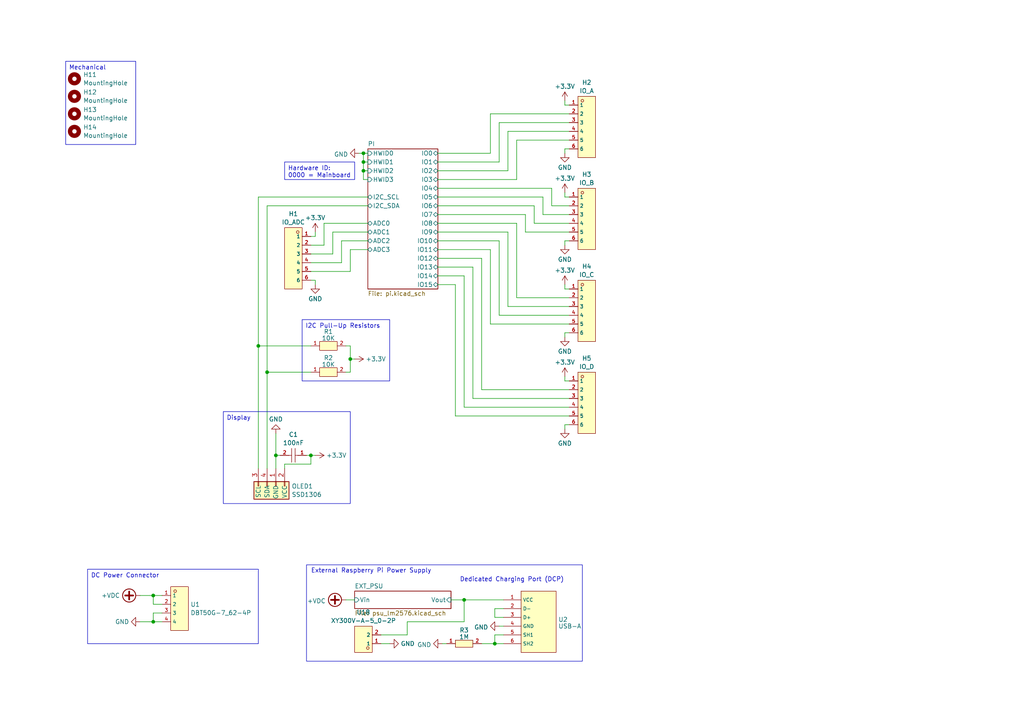
<source format=kicad_sch>
(kicad_sch (version 20230121) (generator eeschema)
  (paper "A4")
  (title_block (title "Dispensy Mainboard") (date "2024-01-21") (rev "0") (company "DrinkRobotics") (comment 1 "https://git.xythobuz.de/thomas/Dispensy") (comment 2 "Licensed under the CERN-OHL-S-2.0+") (comment 3 "PCB Thickness: 1mm") (comment 4 "Copyright (c) 2023 - 2024 Thomas Buck <thomas@xythobuz.de>"))
  (lib_symbols
    (symbol "Mechanical:MountingHole" (pin_names (offset 1.016))
      (property "Reference" "H" (at 0 5.08 0))
      (property "Value" "MountingHole" (at 0 3.175 0))
      (symbol "MountingHole_0_1"
        (circle (center 0 0) (radius 1.27) (stroke (width 1.27)))
      )
    )
    (symbol "SSD1306:SSD1306" (pin_names (offset 1.016))
      (property "Reference" "OLED" (at 0 5.08 0))
      (property "Value" "SSD1306" (at 0 -7.62 0))
      (symbol "SSD1306_1_1"
        (rectangle (start -1.27 -4.953) (end 0 -5.207) (stroke (width 0.1524)))
        (rectangle (start -1.27 -2.413) (end 0 -2.667) (stroke (width 0.1524)))
        (rectangle (start -1.27 0.127) (end 0 -0.127) (stroke (width 0.1524)))
        (rectangle (start -1.27 2.667) (end 0 2.413) (stroke (width 0.1524)))
        (rectangle (start -1.27 3.81) (end 3.81 -6.35) (stroke (width 0.254)) (fill (type background)))
        (pin power_in line (at -5.08 0 0) (length 3.81) (name "GND") (number "1"))
        (pin power_in line (at -5.08 2.54 0) (length 3.81) (name "VCC") (number "2"))
        (pin input line (at -5.08 -5.08 0) (length 3.81) (name "SCL") (number "3"))
        (pin bidirectional line (at -5.08 -2.54 0) (length 3.81) (name "SDA") (number "4"))
      )
    )
    (symbol "jlc:AC0402FR-071ML" (pin_names hide)
      (property "Reference" "R" (at 0 1.27 0))
      (property "Value" "AC0402FR-071ML" (at 0 -2.54 0))
      (symbol "AC0402FR-071ML_0_1"
        (rectangle (start -2.54 1.016) (end 2.54 -1.016) (fill (type background)))
        (pin unspecified line (at -5.08 0 0) (length 2.54) (name "1") (number "1"))
        (pin unspecified line (at 5.08 0 180) (length 2.54) (name "2") (number "2"))
      )
    )
    (symbol "jlc:CC0402KRX7R8BB104" (pin_names hide)
      (property "Reference" "C" (at 0 1.27 0))
      (property "Value" "CC0402KRX7R8BB104" (at 0 -2.54 0))
      (symbol "CC0402KRX7R8BB104_0_1"
        (polyline (pts (xy -1.27 0) (xy -0.508 0)))
        (polyline (pts (xy -0.508 2.032) (xy -0.508 -2.032)))
        (polyline (pts (xy 0.508 0) (xy 1.27 0)))
        (polyline (pts (xy 0.508 2.032) (xy 0.508 -2.032)))
        (pin input line (at -3.81 0 0) (length 2.54) (name "1") (number "1"))
        (pin input line (at 3.81 0 180) (length 2.54) (name "2") (number "2"))
      )
    )
    (symbol "jlc:CR-02FL6---10K" (pin_names hide)
      (property "Reference" "R" (at 0 1.27 0))
      (property "Value" "CR-02FL6---10K" (at 0 -2.54 0))
      (symbol "CR-02FL6---10K_0_1"
        (rectangle (start -2.54 1.27) (end 2.54 -1.27) (fill (type background)))
        (pin unspecified line (at -5.08 0 0) (length 2.54) (name "1") (number "1"))
        (pin unspecified line (at 5.08 0 180) (length 2.54) (name "2") (number "2"))
      )
    )
    (symbol "jlc:DBT50G-7_62-4P"
      (property "Reference" "U" (at 0 1.27 0))
      (property "Value" "DBT50G-7_62-4P" (at 0 -2.54 0))
      (symbol "DBT50G-7_62-4P_0_1"
        (rectangle (start -2.54 6.35) (end 2.54 -6.35) (fill (type background)))
        (circle (center -1.27 5.08) (radius 0.381) (fill (type background)))
        (pin unspecified line (at -5.08 3.81 0) (length 2.54) (name "1") (number "1"))
        (pin unspecified line (at -5.08 1.27 0) (length 2.54) (name "2") (number "2"))
        (pin unspecified line (at -5.08 -1.27 0) (length 2.54) (name "3") (number "3"))
        (pin unspecified line (at -5.08 -3.81 0) (length 2.54) (name "4") (number "4"))
      )
    )
    (symbol "jlc:Header-Female-2_54_1x6"
      (property "Reference" "H" (at 0 1.27 0))
      (property "Value" "Header-Female-2_54_1x6" (at 0 -2.54 0))
      (symbol "Header-Female-2_54_1x6_0_1"
        (rectangle (start -2.54 8.89) (end 2.54 -8.89) (fill (type background)))
        (circle (center -1.27 7.62) (radius 0.381) (fill (type background)))
        (pin unspecified line (at -5.08 6.35 0) (length 2.54) (name "1") (number "1"))
        (pin unspecified line (at -5.08 3.81 0) (length 2.54) (name "2") (number "2"))
        (pin unspecified line (at -5.08 1.27 0) (length 2.54) (name "3") (number "3"))
        (pin unspecified line (at -5.08 -1.27 0) (length 2.54) (name "4") (number "4"))
        (pin unspecified line (at -5.08 -3.81 0) (length 2.54) (name "5") (number "5"))
        (pin unspecified line (at -5.08 -6.35 0) (length 2.54) (name "6") (number "6"))
      )
    )
    (symbol "jlc:U-USBAR04P-F000"
      (property "Reference" "U" (at 0 1.27 0))
      (property "Value" "U-USBAR04P-F000" (at 0 -2.54 0))
      (symbol "U-USBAR04P-F000_0_1"
        (rectangle (start -2.54 10.16) (end 7.62 -7.62) (fill (type background)))
        (pin unspecified line (at -7.62 7.62 0) (length 5.08) (name "VCC") (number "1"))
        (pin unspecified line (at -7.62 5.08 0) (length 5.08) (name "D-") (number "2"))
        (pin unspecified line (at -7.62 2.54 0) (length 5.08) (name "D+") (number "3"))
        (pin unspecified line (at -7.62 0 0) (length 5.08) (name "GND") (number "4"))
        (pin unspecified line (at -7.62 -2.54 0) (length 5.08) (name "SH1") (number "5"))
        (pin unspecified line (at -7.62 -5.08 0) (length 5.08) (name "SH2") (number "6"))
      )
    )
    (symbol "jlc:XY300V-A-5_0-2P"
      (property "Reference" "U" (at 0 1.27 0))
      (property "Value" "XY300V-A-5_0-2P" (at 0 -2.54 0))
      (symbol "XY300V-A-5_0-2P_0_1"
        (rectangle (start -2.54 3.81) (end 2.54 -3.81) (fill (type background)))
        (circle (center -1.27 2.54) (radius 0.381) (fill (type background)))
        (pin unspecified line (at -5.08 1.27 0) (length 2.54) (name "1") (number "1"))
        (pin unspecified line (at -5.08 -1.27 0) (length 2.54) (name "2") (number "2"))
      )
    )
    (symbol "power:+3.3V" (power) (pin_names (offset 0))
      (property "Value" "+3.3V" (at 0 3.556 0))
      (symbol "+3.3V_0_1"
        (polyline (pts (xy -0.762 1.27) (xy 0 2.54)))
        (polyline (pts (xy 0 0) (xy 0 2.54)))
        (polyline (pts (xy 0 2.54) (xy 0.762 1.27)))
      )
      (symbol "+3.3V_1_1"
        (pin power_in line (at 0 0 90) (length 0) hide (name "+3.3V") (number "1"))
      )
    )
    (symbol "power:+VDC" (power) (pin_names (offset 0))
      (property "Value" "+VDC" (at 0 6.35 0))
      (symbol "+VDC_0_1"
        (polyline (pts (xy -1.143 3.175) (xy 1.143 3.175)) (stroke (width 0.508)))
        (polyline (pts (xy 0 0) (xy 0 1.27)))
        (polyline (pts (xy 0 2.032) (xy 0 4.318)) (stroke (width 0.508)))
        (circle (center 0 3.175) (radius 1.905) (stroke (width 0.254)))
      )
      (symbol "+VDC_1_1"
        (pin power_in line (at 0 0 90) (length 0) hide (name "+VDC") (number "1"))
      )
    )
    (symbol "power:GND" (power) (pin_names (offset 0))
      (property "Value" "GND" (at 0 -3.81 0))
      (symbol "GND_0_1"
        (polyline (pts (xy 0 0) (xy 0 -1.27) (xy 1.27 -1.27) (xy 0 -2.54) (xy -1.27 -1.27) (xy 0 -1.27)))
      )
      (symbol "GND_1_1"
        (pin power_in line (at 0 0 270) (length 0) hide (name "GND") (number "1"))
      )
    )
  )
  (junction (at 134.62 173.99))
  (junction (at 44.45 172.72))
  (junction (at 101.6 104.14))
  (junction (at 44.45 180.34))
  (junction (at 77.47 107.95))
  (junction (at 143.51 186.69))
  (junction (at 74.93 100.33))
  (junction (at 105.41 46.99))
  (junction (at 105.41 49.53))
  (junction (at 80.01 132.08))
  (junction (at 90.17 132.08))
  (junction (at 105.41 44.45))
  (wire (pts (xy 110.49 184.15) (xy 118.11 184.15)))
  (wire (pts (xy 143.51 186.69) (xy 139.7 186.69)))
  (wire (pts (xy 143.51 176.53) (xy 146.05 176.53)))
  (wire (pts (xy 104.14 44.45) (xy 105.41 44.45)))
  (wire (pts (xy 90.17 134.62) (xy 90.17 132.08)))
  (wire (pts (xy 147.32 49.53) (xy 127 49.53)))
  (wire (pts (xy 82.55 135.89) (xy 82.55 134.62)))
  (wire (pts (xy 165.1 88.9) (xy 147.32 88.9)))
  (wire (pts (xy 80.01 132.08) (xy 80.01 135.89)))
  (wire (pts (xy 44.45 177.8) (xy 44.45 180.34)))
  (wire (pts (xy 163.83 30.48) (xy 163.83 29.21)))
  (wire (pts (xy 163.83 43.18) (xy 163.83 44.45)))
  (wire (pts (xy 142.24 72.39) (xy 127 72.39)))
  (wire (pts (xy 144.78 69.85) (xy 127 69.85)))
  (wire (pts (xy 77.47 107.95) (xy 77.47 59.69)))
  (wire (pts (xy 46.99 177.8) (xy 44.45 177.8)))
  (wire (pts (xy 77.47 59.69) (xy 106.68 59.69)))
  (wire (pts (xy 163.83 110.49) (xy 163.83 109.22)))
  (wire (pts (xy 100.33 107.95) (xy 101.6 107.95)))
  (wire (pts (xy 101.6 78.74) (xy 101.6 72.39)))
  (wire (pts (xy 147.32 88.9) (xy 147.32 67.31)))
  (wire (pts (xy 77.47 107.95) (xy 90.17 107.95)))
  (wire (pts (xy 101.6 104.14) (xy 102.87 104.14)))
  (wire (pts (xy 132.08 120.65) (xy 165.1 120.65)))
  (wire (pts (xy 165.1 67.31) (xy 152.4 67.31)))
  (wire (pts (xy 80.01 125.73) (xy 80.01 132.08)))
  (wire (pts (xy 127 82.55) (xy 132.08 82.55)))
  (wire (pts (xy 144.78 181.61) (xy 146.05 181.61)))
  (wire (pts (xy 106.68 52.07) (xy 105.41 52.07)))
  (wire (pts (xy 105.41 52.07) (xy 105.41 49.53)))
  (wire (pts (xy 132.08 82.55) (xy 132.08 120.65)))
  (wire (pts (xy 144.78 46.99) (xy 127 46.99)))
  (wire (pts (xy 165.1 110.49) (xy 163.83 110.49)))
  (wire (pts (xy 44.45 175.26) (xy 44.45 172.72)))
  (wire (pts (xy 165.1 96.52) (xy 163.83 96.52)))
  (wire (pts (xy 137.16 115.57) (xy 137.16 77.47)))
  (wire (pts (xy 139.7 113.03) (xy 139.7 74.93)))
  (wire (pts (xy 118.11 180.34) (xy 134.62 180.34)))
  (wire (pts (xy 90.17 78.74) (xy 101.6 78.74)))
  (wire (pts (xy 74.93 57.15) (xy 106.68 57.15)))
  (wire (pts (xy 165.1 62.23) (xy 157.48 62.23)))
  (wire (pts (xy 160.02 54.61) (xy 160.02 59.69)))
  (wire (pts (xy 40.64 180.34) (xy 44.45 180.34)))
  (wire (pts (xy 128.27 186.69) (xy 129.54 186.69)))
  (wire (pts (xy 165.1 118.11) (xy 134.62 118.11)))
  (wire (pts (xy 110.49 186.69) (xy 113.03 186.69)))
  (wire (pts (xy 88.9 132.08) (xy 90.17 132.08)))
  (wire (pts (xy 44.45 172.72) (xy 46.99 172.72)))
  (wire (pts (xy 147.32 38.1) (xy 147.32 49.53)))
  (wire (pts (xy 144.78 35.56) (xy 144.78 46.99)))
  (wire (pts (xy 165.1 30.48) (xy 163.83 30.48)))
  (wire (pts (xy 134.62 180.34) (xy 134.62 173.99)))
  (wire (pts (xy 99.06 76.2) (xy 99.06 69.85)))
  (wire (pts (xy 165.1 69.85) (xy 163.83 69.85)))
  (wire (pts (xy 74.93 135.89) (xy 74.93 100.33)))
  (wire (pts (xy 101.6 72.39) (xy 106.68 72.39)))
  (wire (pts (xy 142.24 33.02) (xy 142.24 44.45)))
  (wire (pts (xy 90.17 68.58) (xy 91.44 68.58)))
  (wire (pts (xy 90.17 76.2) (xy 99.06 76.2)))
  (wire (pts (xy 146.05 179.07) (xy 143.51 179.07)))
  (wire (pts (xy 91.44 81.28) (xy 91.44 82.55)))
  (wire (pts (xy 165.1 57.15) (xy 163.83 57.15)))
  (wire (pts (xy 101.6 107.95) (xy 101.6 104.14)))
  (wire (pts (xy 77.47 135.89) (xy 77.47 107.95)))
  (wire (pts (xy 165.1 83.82) (xy 163.83 83.82)))
  (wire (pts (xy 105.41 49.53) (xy 105.41 46.99)))
  (wire (pts (xy 143.51 184.15) (xy 143.51 186.69)))
  (wire (pts (xy 160.02 59.69) (xy 165.1 59.69)))
  (wire (pts (xy 100.33 173.99) (xy 102.87 173.99)))
  (wire (pts (xy 157.48 57.15) (xy 127 57.15)))
  (wire (pts (xy 154.94 64.77) (xy 154.94 59.69)))
  (wire (pts (xy 165.1 43.18) (xy 163.83 43.18)))
  (wire (pts (xy 165.1 91.44) (xy 144.78 91.44)))
  (wire (pts (xy 144.78 35.56) (xy 165.1 35.56)))
  (wire (pts (xy 149.86 40.64) (xy 149.86 52.07)))
  (wire (pts (xy 142.24 44.45) (xy 127 44.45)))
  (wire (pts (xy 91.44 68.58) (xy 91.44 67.31)))
  (wire (pts (xy 80.01 132.08) (xy 81.28 132.08)))
  (wire (pts (xy 165.1 93.98) (xy 142.24 93.98)))
  (wire (pts (xy 165.1 64.77) (xy 154.94 64.77)))
  (wire (pts (xy 106.68 46.99) (xy 105.41 46.99)))
  (wire (pts (xy 146.05 184.15) (xy 143.51 184.15)))
  (wire (pts (xy 149.86 86.36) (xy 149.86 64.77)))
  (wire (pts (xy 90.17 73.66) (xy 96.52 73.66)))
  (wire (pts (xy 90.17 71.12) (xy 93.98 71.12)))
  (wire (pts (xy 147.32 67.31) (xy 127 67.31)))
  (wire (pts (xy 40.64 172.72) (xy 44.45 172.72)))
  (wire (pts (xy 142.24 93.98) (xy 142.24 72.39)))
  (wire (pts (xy 134.62 173.99) (xy 146.05 173.99)))
  (wire (pts (xy 46.99 175.26) (xy 44.45 175.26)))
  (wire (pts (xy 165.1 115.57) (xy 137.16 115.57)))
  (wire (pts (xy 101.6 100.33) (xy 101.6 104.14)))
  (wire (pts (xy 105.41 46.99) (xy 105.41 44.45)))
  (wire (pts (xy 90.17 81.28) (xy 91.44 81.28)))
  (wire (pts (xy 157.48 62.23) (xy 157.48 57.15)))
  (wire (pts (xy 130.81 173.99) (xy 134.62 173.99)))
  (wire (pts (xy 163.83 57.15) (xy 163.83 55.88)))
  (wire (pts (xy 152.4 67.31) (xy 152.4 62.23)))
  (wire (pts (xy 44.45 180.34) (xy 46.99 180.34)))
  (wire (pts (xy 74.93 100.33) (xy 90.17 100.33)))
  (wire (pts (xy 147.32 38.1) (xy 165.1 38.1)))
  (wire (pts (xy 144.78 91.44) (xy 144.78 69.85)))
  (wire (pts (xy 100.33 100.33) (xy 101.6 100.33)))
  (wire (pts (xy 90.17 132.08) (xy 91.44 132.08)))
  (wire (pts (xy 105.41 44.45) (xy 106.68 44.45)))
  (wire (pts (xy 93.98 71.12) (xy 93.98 64.77)))
  (wire (pts (xy 139.7 74.93) (xy 127 74.93)))
  (wire (pts (xy 99.06 69.85) (xy 106.68 69.85)))
  (wire (pts (xy 163.83 96.52) (xy 163.83 97.79)))
  (wire (pts (xy 163.83 123.19) (xy 163.83 124.46)))
  (wire (pts (xy 93.98 64.77) (xy 106.68 64.77)))
  (wire (pts (xy 154.94 59.69) (xy 127 59.69)))
  (wire (pts (xy 152.4 62.23) (xy 127 62.23)))
  (wire (pts (xy 149.86 40.64) (xy 165.1 40.64)))
  (wire (pts (xy 127 54.61) (xy 160.02 54.61)))
  (wire (pts (xy 134.62 80.01) (xy 127 80.01)))
  (wire (pts (xy 142.24 33.02) (xy 165.1 33.02)))
  (wire (pts (xy 149.86 52.07) (xy 127 52.07)))
  (wire (pts (xy 96.52 67.31) (xy 106.68 67.31)))
  (wire (pts (xy 163.83 69.85) (xy 163.83 71.12)))
  (wire (pts (xy 105.41 49.53) (xy 106.68 49.53)))
  (wire (pts (xy 165.1 113.03) (xy 139.7 113.03)))
  (wire (pts (xy 74.93 100.33) (xy 74.93 57.15)))
  (wire (pts (xy 118.11 184.15) (xy 118.11 180.34)))
  (wire (pts (xy 143.51 186.69) (xy 146.05 186.69)))
  (wire (pts (xy 163.83 83.82) (xy 163.83 82.55)))
  (wire (pts (xy 134.62 118.11) (xy 134.62 80.01)))
  (wire (pts (xy 82.55 134.62) (xy 90.17 134.62)))
  (wire (pts (xy 165.1 86.36) (xy 149.86 86.36)))
  (wire (pts (xy 149.86 64.77) (xy 127 64.77)))
  (wire (pts (xy 143.51 179.07) (xy 143.51 176.53)))
  (wire (pts (xy 96.52 73.66) (xy 96.52 67.31)))
  (wire (pts (xy 165.1 123.19) (xy 163.83 123.19)))
  (wire (pts (xy 137.16 77.47) (xy 127 77.47)))
  (rectangle (start 88.9 163.83) (end 168.91 191.77))
  (text_box "Hardware ID:\n0000 = Mainboard" (at 82.55 46.99 0) (size 20.32 5.08) (effects (font (size 1.27 1.27)) (justify left top)))
  (text_box "DC Power Connector" (at 25.4 165.1 0) (size 49.53 21.59) (effects (font (size 1.27 1.27)) (justify left top)))
  (text_box "I2C Pull-Up Resistors" (at 87.63 92.71 0) (size 25.4 17.78) (effects (font (size 1.27 1.27)) (justify left top)))
  (text_box "Display" (at 64.77 119.38 0) (size 36.83 26.67) (effects (font (size 1.27 1.27)) (justify left top)))
  (text_box "Mechanical" (at 19.05 17.78 0) (size 20.32 24.13) (effects (font (size 1.27 1.27)) (justify left top)))
  (text "Dedicated Charging Port (DCP)" (at 133.35 168.91 0) (effects (font (size 1.27 1.27)) (justify left bottom)))
  (text "External Raspberry Pi Power Supply" (at 90.17 166.37 0) (effects (font (size 1.27 1.27)) (justify left bottom)))
  (symbol (lib_id "Mechanical:MountingHole") (at 21.59 22.86 0) (unit 1)
    (property "Reference" "H11" (at 24.13 21.6479 0) (effects (justify left)))
    (property "Value" "MountingHole" (at 24.13 24.0721 0) (effects (justify left)))
    (property "Footprint" "MountingHole:MountingHole_3.2mm_M3_Pad_TopBottom" (effects hide))
  )
  (symbol (lib_id "power:+3.3V") (at 163.83 82.55 0) (unit 1)
    (property "Reference" "#PWR016" (effects hide))
    (property "Value" "+3.3V" (at 163.83 78.4169 0))
  )
  (symbol (lib_id "jlc:CC0402KRX7R8BB104") (at 85.09 132.08 180) (unit 1)
    (property "Reference" "C1" (at 85.09 126.0307 0))
    (property "Value" "100nF" (at 85.09 128.4549 0))
    (property "Footprint" "jlc_footprints:C0402" (effects hide))
    (property "Datasheet" "https://item.szlcsc.com/15869.html" (effects hide))
    (property "LCSC" "C105883" (effects hide))
    (property "Capacitance" "100nF" (effects hide))
  )
  (symbol (lib_id "SSD1306:SSD1306") (at 80.01 140.97 270) (unit 1)
    (property "Reference" "OLED1" (at 84.582 141.0279 90) (effects (justify left)))
    (property "Value" "SSD1306" (at 84.582 143.4521 90) (effects (justify left)))
    (property "Footprint" "extern:SSD1306_0.96_Oled" (effects hide))
  )
  (symbol (lib_id "power:GND") (at 80.01 125.73 180) (unit 1)
    (property "Reference" "#PWR03" (effects hide))
    (property "Value" "GND" (at 80.01 121.5969 0))
  )
  (symbol (lib_id "power:GND") (at 144.78 181.61 270) (unit 1)
    (property "Reference" "#PWR011" (effects hide))
    (property "Value" "GND" (at 141.6051 181.9268 90) (effects (justify right)))
  )
  (symbol (lib_id "Mechanical:MountingHole") (at 21.59 33.02 0) (unit 1)
    (property "Reference" "H13" (at 24.13 31.8079 0) (effects (justify left)))
    (property "Value" "MountingHole" (at 24.13 34.2321 0) (effects (justify left)))
    (property "Footprint" "MountingHole:MountingHole_3.2mm_M3_Pad_TopBottom" (effects hide))
  )
  (symbol (lib_id "jlc:U-USBAR04P-F000") (at 153.67 181.61 0) (unit 1)
    (property "Reference" "U2" (at 161.925 179.6963 0) (effects (justify left)))
    (property "Value" "USB-A" (at 161.925 181.6173 0) (effects (justify left)))
    (property "Footprint" "jlc_footprints:USB-A-TH_USB-302-T" (effects hide))
    (property "Datasheet" "https://item.szlcsc.com/113689.html" (effects hide))
    (property "LCSC" "C386740" (effects hide))
  )
  (symbol (lib_id "power:GND") (at 163.83 97.79 0) (unit 1)
    (property "Reference" "#PWR017" (effects hide))
    (property "Value" "GND" (at 163.83 101.9231 0))
  )
  (symbol (lib_id "jlc:XY300V-A-5_0-2P") (at 105.41 185.42 180) (unit 1)
    (property "Reference" "U18" (at 105.41 177.5927 0))
    (property "Value" "XY300V-A-5_0-2P" (at 105.41 180.0169 0))
    (property "Footprint" "jlc_footprints:CONN-TH_XY300V-A-5.0-2P" (effects hide))
    (property "Datasheet" "https://atta.szlcsc.com/upload/public/pdf/source/20200527/C557648_4A2FA4132AA24EE423B62B1474E9B5BB.pdf" (effects hide))
    (property "LCSC" "C557648" (effects hide))
  )
  (symbol (lib_id "jlc:CR-02FL6---10K") (at 95.25 107.95 0) (unit 1)
    (property "Reference" "R2" (at 95.25 103.7971 0))
    (property "Value" "10K" (at 95.25 105.7181 0))
    (property "Footprint" "jlc_footprints:R0402" (effects hide))
    (property "Datasheet" "https://item.szlcsc.com/323315.html" (effects hide))
    (property "LCSC" "C406733" (effects hide))
    (property "Resistance" "10kΩ" (effects hide))
  )
  (symbol (lib_id "jlc:Header-Female-2_54_1x6") (at 170.18 116.84 0) (unit 1)
    (property "Reference" "H5" (at 170.18 103.9327 0))
    (property "Value" "IO_D" (at 170.18 106.3569 0))
    (property "Footprint" "jlc_footprints:HDR-TH_6P-P2.54-V-F" (effects hide))
    (property "Datasheet" "https://so.szlcsc.com/global.html?c=&k=C40877" (effects hide))
    (property "LCSC" "C40877" (effects hide))
  )
  (symbol (lib_id "jlc:Header-Female-2_54_1x6") (at 170.18 36.83 0) (unit 1)
    (property "Reference" "H2" (at 170.18 23.9227 0))
    (property "Value" "IO_A" (at 170.18 26.3469 0))
    (property "Footprint" "jlc_footprints:HDR-TH_6P-P2.54-V-F" (effects hide))
    (property "Datasheet" "https://so.szlcsc.com/global.html?c=&k=C40877" (effects hide))
    (property "LCSC" "C40877" (effects hide))
  )
  (symbol (lib_id "power:+3.3V") (at 102.87 104.14 270) (unit 1)
    (property "Reference" "#PWR08" (effects hide))
    (property "Value" "+3.3V" (at 106.045 104.14 90) (effects (justify left)))
  )
  (symbol (lib_id "power:GND") (at 128.27 186.69 270) (unit 1)
    (property "Reference" "#PWR010" (effects hide))
    (property "Value" "GND" (at 125.0951 187.0068 90) (effects (justify right)))
  )
  (symbol (lib_id "power:+VDC") (at 40.64 172.72 90) (unit 1)
    (property "Reference" "#PWR01" (effects hide))
    (property "Value" "+VDC" (at 34.798 172.72 90) (effects (justify left)))
  )
  (symbol (lib_id "power:GND") (at 113.03 186.69 90) (unit 1)
    (property "Reference" "#PWR073" (effects hide))
    (property "Value" "GND" (at 116.205 186.69 90) (effects (justify right)))
  )
  (symbol (lib_id "Mechanical:MountingHole") (at 21.59 27.94 0) (unit 1)
    (property "Reference" "H12" (at 24.13 26.7279 0) (effects (justify left)))
    (property "Value" "MountingHole" (at 24.13 29.1521 0) (effects (justify left)))
    (property "Footprint" "MountingHole:MountingHole_3.2mm_M3_Pad_TopBottom" (effects hide))
  )
  (symbol (lib_id "jlc:DBT50G-7_62-4P") (at 52.07 176.53 0) (unit 1)
    (property "Reference" "U1" (at 55.245 175.3179 0) (effects (justify left)))
    (property "Value" "DBT50G-7_62-4P" (at 55.245 177.7421 0) (effects (justify left)))
    (property "Footprint" "jlc_footprints:CONN-TH_4P-P7.62_L15.2-W31.7-EX4.2" (effects hide))
    (property "Datasheet" "https://item.szlcsc.com/512151.html?ref=editor&logined=true" (effects hide))
    (property "LCSC" "C496132" (effects hide))
  )
  (symbol (lib_id "jlc:AC0402FR-071ML") (at 134.62 186.69 0) (unit 1)
    (property "Reference" "R3" (at 134.62 182.7911 0))
    (property "Value" "1M" (at 134.62 184.7121 0))
    (property "Footprint" "jlc_footprints:R0402" (effects hide))
    (property "Datasheet" "https://item.szlcsc.com/323315.html" (effects hide))
    (property "LCSC" "C144787" (effects hide))
    (property "Resistance" "1MΩ" (effects hide))
  )
  (symbol (lib_id "power:GND") (at 104.14 44.45 270) (unit 1)
    (property "Reference" "#PWR09" (effects hide))
    (property "Value" "GND" (at 100.9651 44.7668 90) (effects (justify right)))
  )
  (symbol (lib_id "power:GND") (at 163.83 124.46 0) (unit 1)
    (property "Reference" "#PWR019" (effects hide))
    (property "Value" "GND" (at 163.83 128.5931 0))
  )
  (symbol (lib_id "power:GND") (at 91.44 82.55 0) (mirror y) (unit 1)
    (property "Reference" "#PWR05" (effects hide))
    (property "Value" "GND" (at 91.44 86.6831 0))
  )
  (symbol (lib_id "power:+VDC") (at 100.33 173.99 90) (unit 1)
    (property "Reference" "#PWR07" (effects hide))
    (property "Value" "+VDC" (at 94.488 174.3068 90) (effects (justify left)))
  )
  (symbol (lib_id "power:+3.3V") (at 163.83 29.21 0) (unit 1)
    (property "Reference" "#PWR012" (effects hide))
    (property "Value" "+3.3V" (at 163.83 25.0769 0))
  )
  (symbol (lib_id "power:+3.3V") (at 163.83 109.22 0) (unit 1)
    (property "Reference" "#PWR018" (effects hide))
    (property "Value" "+3.3V" (at 163.83 105.0869 0))
  )
  (symbol (lib_id "power:+3.3V") (at 91.44 67.31 0) (mirror y) (unit 1)
    (property "Reference" "#PWR04" (effects hide))
    (property "Value" "+3.3V" (at 91.44 63.1769 0))
  )
  (symbol (lib_id "jlc:Header-Female-2_54_1x6") (at 170.18 90.17 0) (unit 1)
    (property "Reference" "H4" (at 170.18 77.2627 0))
    (property "Value" "IO_C" (at 170.18 79.6869 0))
    (property "Footprint" "jlc_footprints:HDR-TH_6P-P2.54-V-F" (effects hide))
    (property "Datasheet" "https://so.szlcsc.com/global.html?c=&k=C40877" (effects hide))
    (property "LCSC" "C40877" (effects hide))
  )
  (symbol (lib_id "power:GND") (at 40.64 180.34 270) (unit 1)
    (property "Reference" "#PWR02" (effects hide))
    (property "Value" "GND" (at 37.4651 180.34 90) (effects (justify right)))
  )
  (symbol (lib_id "power:GND") (at 163.83 44.45 0) (unit 1)
    (property "Reference" "#PWR013" (effects hide))
    (property "Value" "GND" (at 163.83 48.5831 0))
  )
  (symbol (lib_id "power:GND") (at 163.83 71.12 0) (unit 1)
    (property "Reference" "#PWR015" (effects hide))
    (property "Value" "GND" (at 163.83 75.2531 0))
  )
  (symbol (lib_id "power:+3.3V") (at 91.44 132.08 270) (unit 1)
    (property "Reference" "#PWR06" (effects hide))
    (property "Value" "+3.3V" (at 94.615 132.08 90) (effects (justify left)))
  )
  (symbol (lib_id "jlc:Header-Female-2_54_1x6") (at 85.09 74.93 0) (mirror y) (unit 1)
    (property "Reference" "H1" (at 85.09 62.0227 0))
    (property "Value" "IO_ADC" (at 85.09 64.4469 0))
    (property "Footprint" "jlc_footprints:HDR-TH_6P-P2.54-V-F" (effects hide))
    (property "Datasheet" "https://so.szlcsc.com/global.html?c=&k=C40877" (effects hide))
    (property "LCSC" "C40877" (effects hide))
  )
  (symbol (lib_id "power:+3.3V") (at 163.83 55.88 0) (unit 1)
    (property "Reference" "#PWR014" (effects hide))
    (property "Value" "+3.3V" (at 163.83 51.7469 0))
  )
  (symbol (lib_id "jlc:Header-Female-2_54_1x6") (at 170.18 63.5 0) (unit 1)
    (property "Reference" "H3" (at 170.18 50.5927 0))
    (property "Value" "IO_B" (at 170.18 53.0169 0))
    (property "Footprint" "jlc_footprints:HDR-TH_6P-P2.54-V-F" (effects hide))
    (property "Datasheet" "https://so.szlcsc.com/global.html?c=&k=C40877" (effects hide))
    (property "LCSC" "C40877" (effects hide))
  )
  (symbol (lib_id "jlc:CR-02FL6---10K") (at 95.25 100.33 0) (unit 1)
    (property "Reference" "R1" (at 95.25 96.1771 0))
    (property "Value" "10K" (at 95.25 98.0981 0))
    (property "Footprint" "jlc_footprints:R0402" (effects hide))
    (property "Datasheet" "https://item.szlcsc.com/323315.html" (effects hide))
    (property "LCSC" "C406733" (effects hide))
    (property "Resistance" "10kΩ" (effects hide))
  )
  (symbol (lib_id "Mechanical:MountingHole") (at 21.59 38.1 0) (unit 1)
    (property "Reference" "H14" (at 24.13 36.8879 0) (effects (justify left)))
    (property "Value" "MountingHole" (at 24.13 39.3121 0) (effects (justify left)))
    (property "Footprint" "MountingHole:MountingHole_3.2mm_M3_Pad_TopBottom" (effects hide))
  )
  (sheet (at 102.87 171.45) (size 27.94 5.08) (stroke (width 0.1524))
    (property "Sheetname" "EXT_PSU" (at 102.87 170.7384 0) (effects (justify left bottom)))
    (property "Sheetfile" "psu_lm2576.kicad_sch" (at 102.87 177.1146 0) (effects (justify left top)))
    (pin "Vout" input (at 130.81 173.99 0))
    (pin "Vin" input (at 102.87 173.99 180))
  )
  (sheet (at 106.68 43.18) (size 20.32 40.64) (stroke (width 0.1524))
    (property "Sheetname" "PI" (at 106.68 42.4684 0) (effects (justify left bottom)))
    (property "Sheetfile" "pi.kicad_sch" (at 106.68 84.4046 0) (effects (justify left top)))
    (pin "IO8" bidirectional (at 127 64.77 0))
    (pin "IO9" bidirectional (at 127 67.31 0))
    (pin "IO5" bidirectional (at 127 57.15 0))
    (pin "IO6" bidirectional (at 127 59.69 0))
    (pin "IO7" bidirectional (at 127 62.23 0))
    (pin "IO4" bidirectional (at 127 54.61 0))
    (pin "IO3" bidirectional (at 127 52.07 0))
    (pin "IO2" bidirectional (at 127 49.53 0))
    (pin "IO1" bidirectional (at 127 46.99 0))
    (pin "IO0" bidirectional (at 127 44.45 0))
    (pin "IO15" bidirectional (at 127 82.55 0))
    (pin "IO14" bidirectional (at 127 80.01 0))
    (pin "ADC1" bidirectional (at 106.68 67.31 180))
    (pin "ADC2" bidirectional (at 106.68 69.85 180))
    (pin "ADC3" bidirectional (at 106.68 72.39 180))
    (pin "ADC0" bidirectional (at 106.68 64.77 180))
    (pin "IO12" bidirectional (at 127 74.93 0))
    (pin "I2C_SDA" bidirectional (at 106.68 59.69 180))
    (pin "IO13" bidirectional (at 127 77.47 0))
    (pin "IO10" bidirectional (at 127 69.85 0))
    (pin "IO11" bidirectional (at 127 72.39 0))
    (pin "I2C_SCL" bidirectional (at 106.68 57.15 180))
    (pin "HWID2" input (at 106.68 49.53 180))
    (pin "HWID3" input (at 106.68 52.07 180))
    (pin "HWID0" input (at 106.68 44.45 180))
    (pin "HWID1" input (at 106.68 46.99 180))
  )
)
</source>
